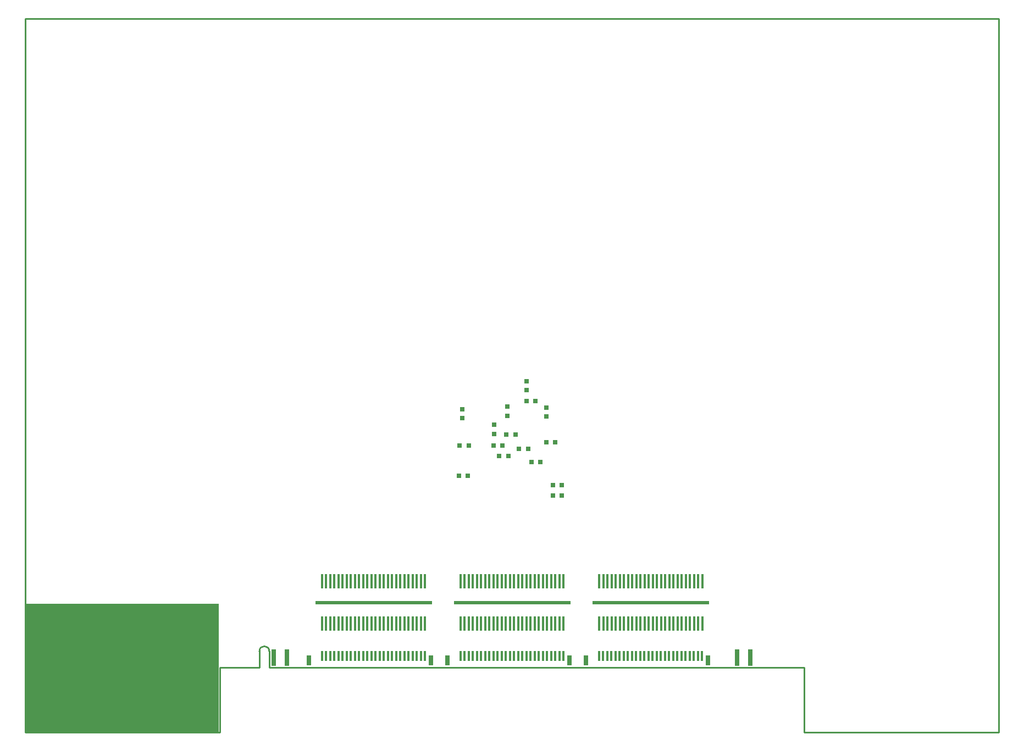
<source format=gbp>
%FSLAX23Y23*%
%MOIN*%
G70*
G01*
G75*
G04 Layer_Color=128*
%ADD10C,0.040*%
%ADD11R,0.030X0.030*%
%ADD12R,0.037X0.035*%
%ADD13R,0.037X0.035*%
%ADD14R,0.075X0.020*%
%ADD15R,0.020X0.075*%
%ADD16R,0.330X0.370*%
%ADD17R,0.040X0.160*%
%ADD18R,0.090X0.012*%
%ADD19R,0.012X0.090*%
%ADD20R,0.031X0.060*%
%ADD21R,0.014X0.060*%
%ADD22R,0.030X0.100*%
%ADD23O,0.080X0.024*%
%ADD24O,0.024X0.080*%
%ADD25R,0.070X0.078*%
%ADD26R,0.063X0.063*%
%ADD27R,0.035X0.037*%
%ADD28R,0.035X0.037*%
%ADD29R,0.015X0.100*%
%ADD30O,0.015X0.100*%
%ADD31R,0.098X0.051*%
%ADD32R,0.100X0.052*%
%ADD33R,0.128X0.128*%
%ADD34R,0.020X0.012*%
%ADD35R,0.012X0.020*%
%ADD36R,0.085X0.071*%
%ADD37R,0.071X0.085*%
%ADD38R,0.030X0.030*%
%ADD39R,0.125X0.060*%
%ADD40R,0.030X0.037*%
%ADD41R,0.060X0.050*%
%ADD42R,0.037X0.030*%
%ADD43R,0.050X0.060*%
%ADD44R,0.100X0.095*%
%ADD45R,0.060X0.060*%
%ADD46R,0.060X0.125*%
%ADD47R,0.028X0.017*%
%ADD48R,0.095X0.100*%
%ADD49R,0.063X0.063*%
%ADD50R,0.060X0.060*%
%ADD51O,0.071X0.012*%
%ADD52O,0.012X0.071*%
%ADD53R,0.100X0.280*%
%ADD54R,0.045X0.014*%
%ADD55R,0.057X0.022*%
%ADD56R,0.057X0.022*%
%ADD57R,0.022X0.057*%
%ADD58R,0.022X0.057*%
%ADD59C,0.019*%
%ADD60R,1.170X0.780*%
%ADD61C,0.006*%
%ADD62C,0.008*%
%ADD63C,0.020*%
%ADD64C,0.010*%
%ADD65C,0.015*%
%ADD66C,0.050*%
%ADD67C,0.062*%
%ADD68R,0.062X0.062*%
%ADD69C,0.128*%
%ADD70C,0.236*%
%ADD71C,0.025*%
%ADD72C,0.020*%
%ADD73C,0.040*%
G04:AMPARAMS|DCode=74|XSize=85mil|YSize=85mil|CornerRadius=0mil|HoleSize=0mil|Usage=FLASHONLY|Rotation=0.000|XOffset=0mil|YOffset=0mil|HoleType=Round|Shape=Relief|Width=10mil|Gap=10mil|Entries=4|*
%AMTHD74*
7,0,0,0.085,0.065,0.010,45*
%
%ADD74THD74*%
%ADD75C,0.082*%
%ADD76C,0.132*%
G04:AMPARAMS|DCode=77|XSize=102mil|YSize=102mil|CornerRadius=0mil|HoleSize=0mil|Usage=FLASHONLY|Rotation=0.000|XOffset=0mil|YOffset=0mil|HoleType=Round|Shape=Relief|Width=10mil|Gap=10mil|Entries=4|*
%AMTHD77*
7,0,0,0.102,0.082,0.010,45*
%
%ADD77THD77*%
%ADD78C,0.065*%
G04:AMPARAMS|DCode=79|XSize=178mil|YSize=178mil|CornerRadius=0mil|HoleSize=0mil|Usage=FLASHONLY|Rotation=0.000|XOffset=0mil|YOffset=0mil|HoleType=Round|Shape=Relief|Width=10mil|Gap=10mil|Entries=4|*
%AMTHD79*
7,0,0,0.178,0.158,0.010,45*
%
%ADD79THD79*%
G04:AMPARAMS|DCode=80|XSize=96mil|YSize=96mil|CornerRadius=0mil|HoleSize=0mil|Usage=FLASHONLY|Rotation=0.000|XOffset=0mil|YOffset=0mil|HoleType=Round|Shape=Relief|Width=10mil|Gap=10mil|Entries=4|*
%AMTHD80*
7,0,0,0.096,0.076,0.010,45*
%
%ADD80THD80*%
%ADD81C,0.035*%
%ADD82C,0.030*%
%ADD83C,0.158*%
%ADD84C,0.076*%
%ADD85R,0.016X0.085*%
%ADD86R,0.707X0.020*%
%ADD87C,0.009*%
%ADD88C,0.010*%
%ADD89C,0.012*%
%ADD90C,0.024*%
%ADD91C,0.004*%
%ADD92C,0.008*%
%ADD93C,0.005*%
%ADD94R,0.350X0.200*%
%ADD95R,0.090X0.740*%
%ADD96R,0.500X0.090*%
%ADD97R,0.505X0.090*%
%ADD98C,0.120*%
%ADD99R,0.038X0.038*%
%ADD100C,0.080*%
%ADD101R,0.045X0.043*%
%ADD102R,0.045X0.043*%
%ADD103R,0.083X0.028*%
%ADD104R,0.028X0.083*%
%ADD105R,0.338X0.378*%
%ADD106R,0.048X0.168*%
%ADD107R,0.098X0.020*%
%ADD108R,0.020X0.098*%
%ADD109O,0.088X0.032*%
%ADD110O,0.032X0.088*%
%ADD111R,0.078X0.086*%
%ADD112R,0.071X0.071*%
%ADD113R,0.043X0.045*%
%ADD114R,0.043X0.045*%
%ADD115R,0.023X0.108*%
%ADD116O,0.023X0.108*%
%ADD117R,0.106X0.059*%
%ADD118R,0.108X0.060*%
%ADD119R,0.136X0.136*%
%ADD120R,0.028X0.020*%
%ADD121R,0.020X0.028*%
%ADD122R,0.093X0.079*%
%ADD123R,0.079X0.093*%
%ADD124R,0.038X0.038*%
%ADD125R,0.133X0.068*%
%ADD126R,0.038X0.045*%
%ADD127R,0.068X0.058*%
%ADD128R,0.045X0.038*%
%ADD129R,0.058X0.068*%
%ADD130R,0.108X0.103*%
%ADD131R,0.068X0.068*%
%ADD132R,0.068X0.133*%
%ADD133R,0.036X0.025*%
%ADD134R,0.103X0.108*%
%ADD135R,0.071X0.071*%
%ADD136R,0.068X0.068*%
%ADD137O,0.079X0.020*%
%ADD138O,0.020X0.079*%
%ADD139R,0.108X0.288*%
%ADD140R,0.053X0.022*%
%ADD141R,0.065X0.030*%
%ADD142R,0.065X0.030*%
%ADD143R,0.030X0.065*%
%ADD144R,0.030X0.065*%
%ADD145C,0.027*%
%ADD146R,1.178X0.788*%
%ADD147C,0.058*%
%ADD148C,0.070*%
%ADD149R,0.070X0.070*%
%ADD150C,0.136*%
%ADD151C,0.244*%
%ADD152C,0.033*%
%ADD153C,0.028*%
D11*
X2875Y1675D02*
D03*
X2930D02*
D03*
X3050Y1720D02*
D03*
X2995D02*
D03*
X2918Y1805D02*
D03*
X2973D02*
D03*
X2840Y1740D02*
D03*
X2895D02*
D03*
X2685Y1555D02*
D03*
X2630D02*
D03*
X3200Y1500D02*
D03*
X3255D02*
D03*
X3070Y1640D02*
D03*
X3125D02*
D03*
X2690Y1740D02*
D03*
X2635D02*
D03*
X3160Y1759D02*
D03*
X3215D02*
D03*
X3095Y2010D02*
D03*
X3040D02*
D03*
X3200Y1435D02*
D03*
X3255D02*
D03*
D20*
X3402Y435D02*
D03*
X4142D02*
D03*
X3302D02*
D03*
X2562D02*
D03*
X2462D02*
D03*
X1722D02*
D03*
D21*
X1825Y462D02*
D03*
X1850D02*
D03*
X1875D02*
D03*
X1900D02*
D03*
X1925D02*
D03*
X1950D02*
D03*
X1975D02*
D03*
X2000D02*
D03*
X2025D02*
D03*
X2050D02*
D03*
X2075D02*
D03*
X2100D02*
D03*
X2125D02*
D03*
X2150D02*
D03*
X2175D02*
D03*
X2200D02*
D03*
X2225D02*
D03*
X2250D02*
D03*
X2275D02*
D03*
X2300D02*
D03*
X2325D02*
D03*
X2350D02*
D03*
X2375D02*
D03*
X2400D02*
D03*
X2640D02*
D03*
X2665D02*
D03*
X2690D02*
D03*
X2715D02*
D03*
X2740D02*
D03*
X2765D02*
D03*
X2790D02*
D03*
X2815D02*
D03*
X2840D02*
D03*
X2865D02*
D03*
X2890D02*
D03*
X2915D02*
D03*
X2940D02*
D03*
X2965D02*
D03*
X2990D02*
D03*
X3015D02*
D03*
X3040D02*
D03*
X3065D02*
D03*
X3090D02*
D03*
X3115D02*
D03*
X3140D02*
D03*
X3165D02*
D03*
X3190D02*
D03*
X3215D02*
D03*
X3240D02*
D03*
X3265D02*
D03*
X3480Y463D02*
D03*
X3505D02*
D03*
X3530D02*
D03*
X3555D02*
D03*
X3580D02*
D03*
X3605D02*
D03*
X3630D02*
D03*
X3655D02*
D03*
X3680D02*
D03*
X3705D02*
D03*
X3730D02*
D03*
X3755D02*
D03*
X3780D02*
D03*
X3805D02*
D03*
X3830D02*
D03*
X3855D02*
D03*
X3880D02*
D03*
X3905D02*
D03*
X3930D02*
D03*
X3955D02*
D03*
X3980D02*
D03*
X4005D02*
D03*
X4030D02*
D03*
X4055D02*
D03*
X4080D02*
D03*
X4105D02*
D03*
X1800Y462D02*
D03*
X2425D02*
D03*
D22*
X1508Y453D02*
D03*
X1587D02*
D03*
X4318Y453D02*
D03*
X4397D02*
D03*
D38*
X2845Y1810D02*
D03*
Y1865D02*
D03*
X3160Y1915D02*
D03*
Y1970D02*
D03*
X2650Y1905D02*
D03*
Y1960D02*
D03*
X2925Y1920D02*
D03*
Y1975D02*
D03*
X3040Y2130D02*
D03*
Y2075D02*
D03*
D60*
X590Y390D02*
D03*
D64*
X1480Y492D02*
G03*
X1420Y492I-30J0D01*
G01*
X5905Y0D02*
Y4330D01*
X0D02*
X5905D01*
X1420Y394D02*
Y492D01*
X1480Y395D02*
Y492D01*
Y394D02*
X4117D01*
X4725D01*
X1180D02*
X1420D01*
X4725Y0D02*
X5905D01*
X4725D02*
Y394D01*
X0Y0D02*
Y4330D01*
Y0D02*
X1180D01*
Y394D01*
D85*
X4106Y915D02*
D03*
Y660D02*
D03*
X4006Y915D02*
D03*
X4031D02*
D03*
X4056D02*
D03*
X4006Y660D02*
D03*
X4031D02*
D03*
X4056D02*
D03*
X3931Y915D02*
D03*
X3956D02*
D03*
X3981D02*
D03*
X3931Y660D02*
D03*
X3956D02*
D03*
X3981D02*
D03*
X3856Y915D02*
D03*
X3881D02*
D03*
X3856Y660D02*
D03*
X3881D02*
D03*
X3781Y915D02*
D03*
X3806D02*
D03*
X3781Y660D02*
D03*
X3806D02*
D03*
X3706Y915D02*
D03*
X3731D02*
D03*
X3706Y660D02*
D03*
X3731D02*
D03*
X3606Y915D02*
D03*
X3631D02*
D03*
X3656D02*
D03*
X3606Y660D02*
D03*
X3631D02*
D03*
X3656D02*
D03*
X3531Y915D02*
D03*
X3556D02*
D03*
X3581D02*
D03*
X3531Y660D02*
D03*
X3556D02*
D03*
X3581D02*
D03*
X3481Y915D02*
D03*
Y660D02*
D03*
X3215Y915D02*
D03*
X3240D02*
D03*
X3215Y660D02*
D03*
X3240D02*
D03*
X3140Y915D02*
D03*
X3165D02*
D03*
X3140Y660D02*
D03*
X3165D02*
D03*
X3065Y915D02*
D03*
X3090D02*
D03*
X3065Y660D02*
D03*
X3090D02*
D03*
X2965Y915D02*
D03*
X2990D02*
D03*
X3015D02*
D03*
X2965Y660D02*
D03*
X2990D02*
D03*
X3015D02*
D03*
X2890Y915D02*
D03*
X2915D02*
D03*
X2940D02*
D03*
X2890Y660D02*
D03*
X2915D02*
D03*
X2940D02*
D03*
X2815Y915D02*
D03*
X2840D02*
D03*
X2815Y660D02*
D03*
X2840D02*
D03*
X2740Y915D02*
D03*
X2765D02*
D03*
X2740Y660D02*
D03*
X2765D02*
D03*
X2665Y915D02*
D03*
X2690D02*
D03*
X2665Y660D02*
D03*
X2690D02*
D03*
X2425Y915D02*
D03*
Y660D02*
D03*
X2325Y915D02*
D03*
X2350D02*
D03*
X2375D02*
D03*
X2325Y660D02*
D03*
X2350D02*
D03*
X2375D02*
D03*
X2250Y915D02*
D03*
X2275D02*
D03*
X2300D02*
D03*
X2250Y660D02*
D03*
X2275D02*
D03*
X2300D02*
D03*
X2175Y915D02*
D03*
X2200D02*
D03*
X2175Y660D02*
D03*
X2200D02*
D03*
X2100Y915D02*
D03*
X2125D02*
D03*
X2100Y660D02*
D03*
X2125D02*
D03*
X2025Y915D02*
D03*
X2050D02*
D03*
X2025Y660D02*
D03*
X2050D02*
D03*
X1925Y915D02*
D03*
X1950D02*
D03*
X1975D02*
D03*
X1925Y660D02*
D03*
X1950D02*
D03*
X1975D02*
D03*
X1850Y915D02*
D03*
X1875D02*
D03*
X1900D02*
D03*
X1850Y660D02*
D03*
X1875D02*
D03*
X1900D02*
D03*
X1800Y915D02*
D03*
Y660D02*
D03*
X4081Y915D02*
D03*
Y660D02*
D03*
X3681Y915D02*
D03*
X3756D02*
D03*
X3831D02*
D03*
X3906D02*
D03*
X3681Y660D02*
D03*
X3756D02*
D03*
X3831D02*
D03*
X3906D02*
D03*
X3506Y915D02*
D03*
Y660D02*
D03*
X3040Y915D02*
D03*
X3115D02*
D03*
X3190D02*
D03*
X3265D02*
D03*
X3040Y660D02*
D03*
X3115D02*
D03*
X3190D02*
D03*
X3265D02*
D03*
X2715Y915D02*
D03*
X2790D02*
D03*
X2865D02*
D03*
X2715Y660D02*
D03*
X2790D02*
D03*
X2865D02*
D03*
X2400Y915D02*
D03*
X2640D02*
D03*
X2400Y660D02*
D03*
X2640D02*
D03*
X2075Y915D02*
D03*
X2150D02*
D03*
X2225D02*
D03*
X2075Y660D02*
D03*
X2150D02*
D03*
X2225D02*
D03*
X1825Y915D02*
D03*
X2000D02*
D03*
X1825Y660D02*
D03*
X2000D02*
D03*
D86*
X2113Y787D02*
D03*
X2953D02*
D03*
X3793D02*
D03*
M02*

</source>
